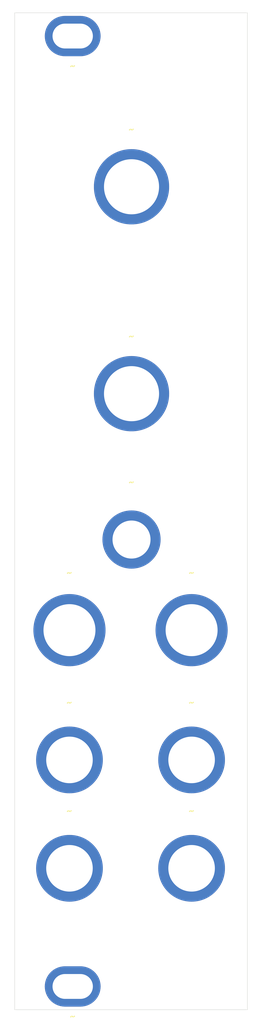
<source format=kicad_pcb>
(kicad_pcb (version 20171130) (host pcbnew 5.1.4)

  (general
    (thickness 1.6)
    (drawings 4)
    (tracks 0)
    (zones 0)
    (modules 11)
    (nets 1)
  )

  (page A4)
  (layers
    (0 F.Cu signal)
    (31 B.Cu signal)
    (32 B.Adhes user)
    (33 F.Adhes user)
    (34 B.Paste user)
    (35 F.Paste user)
    (36 B.SilkS user)
    (37 F.SilkS user)
    (38 B.Mask user)
    (39 F.Mask user)
    (40 Dwgs.User user)
    (41 Cmts.User user)
    (42 Eco1.User user)
    (43 Eco2.User user)
    (44 Edge.Cuts user)
    (45 Margin user)
    (46 B.CrtYd user)
    (47 F.CrtYd user)
    (48 B.Fab user)
    (49 F.Fab user)
  )

  (setup
    (last_trace_width 0.25)
    (trace_clearance 0.2)
    (zone_clearance 0.508)
    (zone_45_only no)
    (trace_min 0.2)
    (via_size 0.8)
    (via_drill 0.4)
    (via_min_size 0.4)
    (via_min_drill 0.3)
    (uvia_size 0.3)
    (uvia_drill 0.1)
    (uvias_allowed no)
    (uvia_min_size 0.2)
    (uvia_min_drill 0.1)
    (edge_width 0.05)
    (segment_width 0.2)
    (pcb_text_width 0.3)
    (pcb_text_size 1.5 1.5)
    (mod_edge_width 0.12)
    (mod_text_size 1 1)
    (mod_text_width 0.15)
    (pad_size 1.524 1.524)
    (pad_drill 0.762)
    (pad_to_mask_clearance 0.051)
    (solder_mask_min_width 0.25)
    (aux_axis_origin 0 0)
    (visible_elements FFFFFF7F)
    (pcbplotparams
      (layerselection 0x010fc_ffffffff)
      (usegerberextensions false)
      (usegerberattributes false)
      (usegerberadvancedattributes false)
      (creategerberjobfile false)
      (excludeedgelayer true)
      (linewidth 0.100000)
      (plotframeref false)
      (viasonmask false)
      (mode 1)
      (useauxorigin false)
      (hpglpennumber 1)
      (hpglpenspeed 20)
      (hpglpendiameter 15.000000)
      (psnegative false)
      (psa4output false)
      (plotreference true)
      (plotvalue true)
      (plotinvisibletext false)
      (padsonsilk false)
      (subtractmaskfromsilk false)
      (outputformat 1)
      (mirror false)
      (drillshape 0)
      (scaleselection 1)
      (outputdirectory "Gerbers/"))
  )

  (net 0 "")

  (net_class Default "This is the default net class."
    (clearance 0.2)
    (trace_width 0.25)
    (via_dia 0.8)
    (via_drill 0.4)
    (uvia_dia 0.3)
    (uvia_drill 0.1)
  )

  (module Kraakenstuff:Panel_Screw_Elliptical (layer F.Cu) (tedit 5CB9BE5B) (tstamp 5D861FF8)
    (at 25.5 145.7)
    (fp_text reference ~ (at 0.01016 3.85572) (layer F.SilkS)
      (effects (font (size 1 1) (thickness 0.15)))
    )
    (fp_text value Panel_Screw_Elliptical (at 0.01016 -3.79984) (layer F.Fab)
      (effects (font (size 1 1) (thickness 0.15)))
    )
    (pad "" np_thru_hole roundrect (at 0 0) (size 7.2 5.2) (drill oval 5.2 3.2) (layers *.Cu *.Mask) (roundrect_rratio 0.5))
  )

  (module Kraakenstuff:Panel_Screw_Elliptical (layer F.Cu) (tedit 5CB9BE5B) (tstamp 5D861E6D)
    (at 25.5 23.2)
    (fp_text reference ~ (at 0.01016 3.85572) (layer F.SilkS)
      (effects (font (size 1 1) (thickness 0.15)))
    )
    (fp_text value Panel_Screw_Elliptical (at 0.01016 -3.79984) (layer F.Fab)
      (effects (font (size 1 1) (thickness 0.15)))
    )
    (pad "" np_thru_hole roundrect (at 0 0) (size 7.2 5.2) (drill oval 5.2 3.2) (layers *.Cu *.Mask) (roundrect_rratio 0.5))
  )

  (module Kraakenstuff:Panel_Trimmer_6.7mm (layer F.Cu) (tedit 5CB9BA6A) (tstamp 5D861C80)
    (at 40.83228 99.7751)
    (descr "Mounting Hole 6.4mm, no annular, M6")
    (tags "mounting hole 6.4mm no annular m6")
    (attr virtual)
    (fp_text reference ~ (at 0 -7.4) (layer F.SilkS)
      (effects (font (size 1 1) (thickness 0.15)))
    )
    (fp_text value Panel_Trimmer_6.7mm (at 0 7.4) (layer F.Fab)
      (effects (font (size 1 1) (thickness 0.15)))
    )
    (fp_text user %R (at 0.3 0) (layer F.Fab)
      (effects (font (size 1 1) (thickness 0.15)))
    )
    (pad "" np_thru_hole circle (at 0 0) (size 9.3 9.3) (drill 6.7) (layers *.Cu *.Mask))
  )

  (module Kraakenstuff:Panel_Thonkiconn_6mm (layer F.Cu) (tedit 5CB9BA4E) (tstamp 5D861CF0)
    (at 25.084117 130.470999)
    (descr "Mounting Hole 6.4mm, no annular, M6")
    (tags "mounting hole 6.4mm no annular m6")
    (attr virtual)
    (fp_text reference ~ (at 0 -7.4) (layer F.SilkS)
      (effects (font (size 1 1) (thickness 0.15)))
    )
    (fp_text value Panel_Thonkiconn_6mm (at 0 7.4) (layer F.Fab)
      (effects (font (size 1 1) (thickness 0.15)))
    )
    (fp_text user %R (at 0.3 0) (layer F.Fab)
      (effects (font (size 1 1) (thickness 0.15)))
    )
    (pad "" np_thru_hole circle (at 0 0) (size 8.6 8.6) (drill 6) (layers *.Cu *.Mask))
  )

  (module Kraakenstuff:Panel_Thonkiconn_6mm (layer F.Cu) (tedit 5CB9BA4E) (tstamp 5D861CE6)
    (at 40.832117 130.470999)
    (descr "Mounting Hole 6.4mm, no annular, M6")
    (tags "mounting hole 6.4mm no annular m6")
    (attr virtual)
    (fp_text reference ~ (at 0 -7.4) (layer F.SilkS)
      (effects (font (size 1 1) (thickness 0.15)))
    )
    (fp_text value Panel_Thonkiconn_6mm (at 0 7.4) (layer F.Fab)
      (effects (font (size 1 1) (thickness 0.15)))
    )
    (fp_text user %R (at 0.3 0) (layer F.Fab)
      (effects (font (size 1 1) (thickness 0.15)))
    )
    (pad "" np_thru_hole circle (at 0 0) (size 8.6 8.6) (drill 6) (layers *.Cu *.Mask))
  )

  (module Kraakenstuff:Panel_Thonkiconn_6mm (layer F.Cu) (tedit 5CB9BA4E) (tstamp 5D861CDF)
    (at 40.832117 116.500999)
    (descr "Mounting Hole 6.4mm, no annular, M6")
    (tags "mounting hole 6.4mm no annular m6")
    (attr virtual)
    (fp_text reference ~ (at 0 -7.4) (layer F.SilkS)
      (effects (font (size 1 1) (thickness 0.15)))
    )
    (fp_text value Panel_Thonkiconn_6mm (at 0 7.4) (layer F.Fab)
      (effects (font (size 1 1) (thickness 0.15)))
    )
    (fp_text user %R (at 0.3 0) (layer F.Fab)
      (effects (font (size 1 1) (thickness 0.15)))
    )
    (pad "" np_thru_hole circle (at 0 0) (size 8.6 8.6) (drill 6) (layers *.Cu *.Mask))
  )

  (module Kraakenstuff:Panel_Thonkiconn_6mm (layer F.Cu) (tedit 5CB9BA4E) (tstamp 5D861CA0)
    (at 25.084117 116.500999)
    (descr "Mounting Hole 6.4mm, no annular, M6")
    (tags "mounting hole 6.4mm no annular m6")
    (attr virtual)
    (fp_text reference ~ (at 0 -7.4) (layer F.SilkS)
      (effects (font (size 1 1) (thickness 0.15)))
    )
    (fp_text value Panel_Thonkiconn_6mm (at 0 7.4) (layer F.Fab)
      (effects (font (size 1 1) (thickness 0.15)))
    )
    (fp_text user %R (at 0.3 0) (layer F.Fab)
      (effects (font (size 1 1) (thickness 0.15)))
    )
    (pad "" np_thru_hole circle (at 0 0) (size 8.6 8.6) (drill 6) (layers *.Cu *.Mask))
  )

  (module Kraakenstuff:Panel_Trimmer_6.7mm (layer F.Cu) (tedit 5CB9BA6A) (tstamp 5D861C90)
    (at 25.08428 99.7751)
    (descr "Mounting Hole 6.4mm, no annular, M6")
    (tags "mounting hole 6.4mm no annular m6")
    (attr virtual)
    (fp_text reference ~ (at 0 -7.4) (layer F.SilkS)
      (effects (font (size 1 1) (thickness 0.15)))
    )
    (fp_text value Panel_Trimmer_6.7mm (at 0 7.4) (layer F.Fab)
      (effects (font (size 1 1) (thickness 0.15)))
    )
    (fp_text user %R (at 0.3 0) (layer F.Fab)
      (effects (font (size 1 1) (thickness 0.15)))
    )
    (pad "" np_thru_hole circle (at 0 0) (size 9.3 9.3) (drill 6.7) (layers *.Cu *.Mask))
  )

  (module Kraakenstuff:Panel_SubSwitch_4.9mm (layer F.Cu) (tedit 5CB9BCDB) (tstamp 5D861BF9)
    (at 33.08528 88.09618)
    (descr "Mounting Hole 6.4mm, no annular, M6")
    (tags "mounting hole 6.4mm no annular m6")
    (attr virtual)
    (fp_text reference ~ (at 0 -7.4) (layer F.SilkS)
      (effects (font (size 1 1) (thickness 0.15)))
    )
    (fp_text value Panel_SubSwitch_4.9mm (at 0 7.4) (layer F.Fab)
      (effects (font (size 1 1) (thickness 0.15)))
    )
    (fp_text user %R (at 0.3 0) (layer F.Fab)
      (effects (font (size 1 1) (thickness 0.15)))
    )
    (pad "" np_thru_hole circle (at 0 0) (size 7.5 7.5) (drill 4.9) (layers *.Cu *.Mask))
  )

  (module Kraakenstuff:Panel_Pot_7.1mm (layer F.Cu) (tedit 5CB9BBF3) (tstamp 5D861BE9)
    (at 33.08528 69.2951)
    (descr "Mounting Hole 6.4mm, no annular, M6")
    (tags "mounting hole 6.4mm no annular m6")
    (attr virtual)
    (fp_text reference ~ (at 0 -7.4) (layer F.SilkS)
      (effects (font (size 1 1) (thickness 0.15)))
    )
    (fp_text value Panel_Pot_7.1mm (at 0 7.4) (layer F.Fab)
      (effects (font (size 1 1) (thickness 0.15)))
    )
    (fp_text user %R (at 0.3 0) (layer F.Fab)
      (effects (font (size 1 1) (thickness 0.15)))
    )
    (pad "" np_thru_hole circle (at 0 0) (size 9.7 9.7) (drill 7.1) (layers *.Cu *.Mask))
  )

  (module Kraakenstuff:Panel_Pot_7.1mm (layer F.Cu) (tedit 5CB9BBF3) (tstamp 5D861BD9)
    (at 33.08528 42.6251)
    (descr "Mounting Hole 6.4mm, no annular, M6")
    (tags "mounting hole 6.4mm no annular m6")
    (attr virtual)
    (fp_text reference ~ (at 0 -7.4) (layer F.SilkS)
      (effects (font (size 1 1) (thickness 0.15)))
    )
    (fp_text value Panel_Pot_7.1mm (at 0 7.4) (layer F.Fab)
      (effects (font (size 1 1) (thickness 0.15)))
    )
    (fp_text user %R (at 0.3 0) (layer F.Fab)
      (effects (font (size 1 1) (thickness 0.15)))
    )
    (pad "" np_thru_hole circle (at 0 0) (size 9.7 9.7) (drill 7.1) (layers *.Cu *.Mask))
  )

  (gr_line (start 48.02302 20.19944) (end 18.02308 20.19944) (layer Edge.Cuts) (width 0.05) (tstamp 5D853464))
  (gr_line (start 48.02302 148.69804) (end 48.02302 20.19944) (layer Edge.Cuts) (width 0.05))
  (gr_line (start 18.02308 148.69804) (end 48.02302 148.69804) (layer Edge.Cuts) (width 0.05))
  (gr_line (start 18.02308 20.19944) (end 18.02308 148.69804) (layer Edge.Cuts) (width 0.05))

)

</source>
